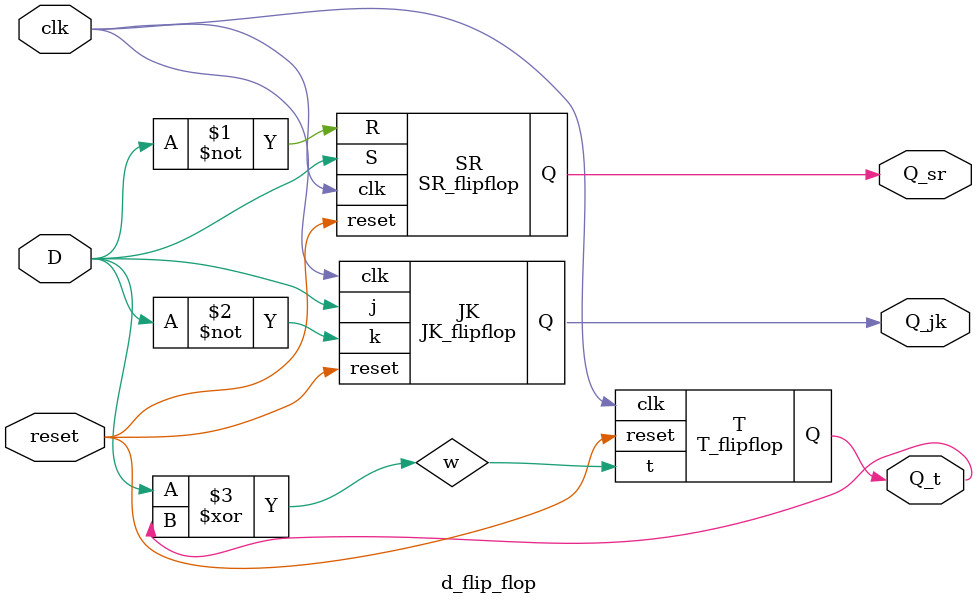
<source format=v>
`timescale 1ns / 1ps

module JK_flipflop(
    input j,k,clk,reset,
    output reg Q
    );
    always@(posedge clk)
          begin
            if({reset})
            Q <= 1'b0;
            else
                begin
                case({j,k})
                2'b00:Q<=Q;
                2'b01:Q<=1'b0;
                2'b10:Q<=1'b1;
                2'b11:Q<=~Q;
                endcase
                end          
         end
endmodule

module SR_flipflop(
    input clk,reset,S,R, 
    output reg Q);
    
    always@(posedge clk)
          begin
            if(reset)
            Q <= 1'b0;
            else
                begin
                case({S,R})
                2'b00:Q<=Q;
                2'b01:Q<=1'b0;
                2'b10:Q<=1'b1;
                default: Q<= 2'bxx;
                endcase
                end          
         end

endmodule


module T_flipflop(
    input t,clk,reset,
    output reg Q
    );
    always@(posedge clk)
          begin
            if(reset)
               Q <= 1'b0;
            else
                begin
                   if(t)
                    Q<= ~Q;
                   else
                    Q<= Q;                     
                end
          end
endmodule 


module d_flip_flop(
    input clk, reset, D,
    output Q_sr, Q_jk, Q_t
    );
    wire w;
    
    SR_flipflop SR(clk, reset, D, ~D, Q_sr);
    
    JK_flipflop JK(D, ~D, clk, reset, Q_jk);

    assign w= D ^ Q_t;
    T_flipflop T(w, clk, reset, Q_t);
    
endmodule

</source>
